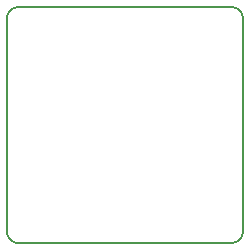
<source format=gm1>
G04 #@! TF.GenerationSoftware,KiCad,Pcbnew,(5.1.2)-1*
G04 #@! TF.CreationDate,2021-08-30T19:49:36+09:00*
G04 #@! TF.ProjectId,IR,49522e6b-6963-4616-945f-706362585858,v1.0*
G04 #@! TF.SameCoordinates,Original*
G04 #@! TF.FileFunction,Profile,NP*
%FSLAX46Y46*%
G04 Gerber Fmt 4.6, Leading zero omitted, Abs format (unit mm)*
G04 Created by KiCad (PCBNEW (5.1.2)-1) date 2021-08-30 19:49:36*
%MOMM*%
%LPD*%
G04 APERTURE LIST*
%ADD10C,0.150000*%
G04 APERTURE END LIST*
D10*
X198000000Y-120000000D02*
X180000000Y-120000000D01*
X179000000Y-119000000D02*
G75*
G03X180000000Y-120000000I1000000J0D01*
G01*
X179000000Y-101000000D02*
X179000000Y-119000000D01*
X198000000Y-120000000D02*
G75*
G03X199000000Y-119000000I0J1000000D01*
G01*
X199000000Y-101000000D02*
X199000000Y-119000000D01*
X180000000Y-100000000D02*
G75*
G03X179000000Y-101000000I0J-1000000D01*
G01*
X199000000Y-101000000D02*
G75*
G03X198000000Y-100000000I-1000000J0D01*
G01*
X180000000Y-100000000D02*
X198000000Y-100000000D01*
M02*

</source>
